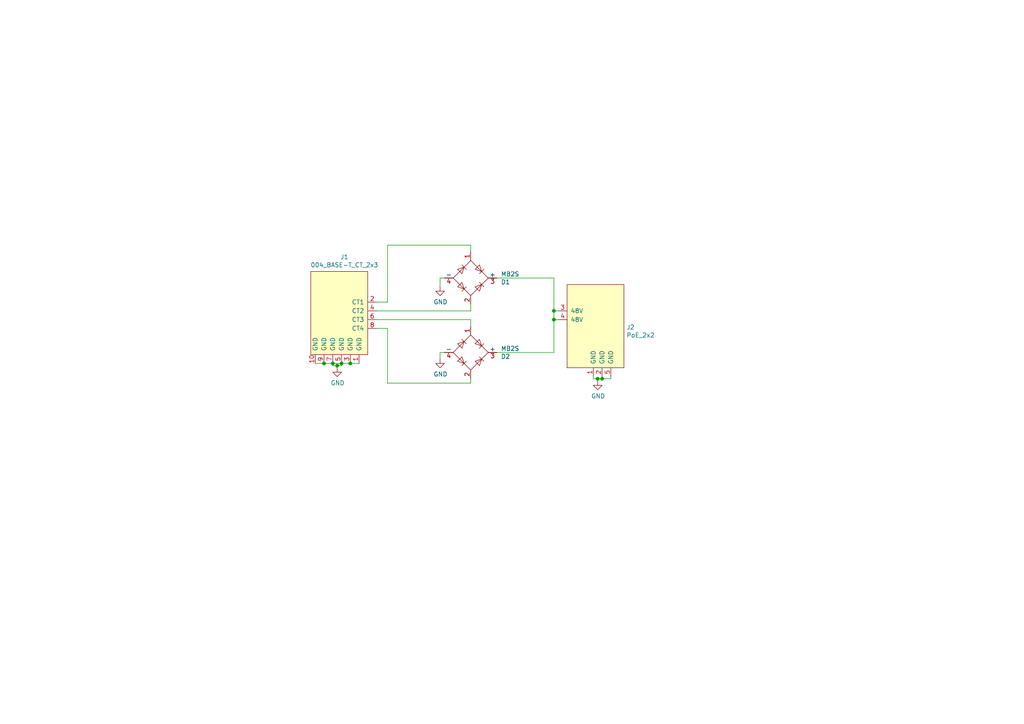
<source format=kicad_sch>
(kicad_sch (version 20211123) (generator eeschema)

  (uuid ec9e24d8-d1c5-40e2-9812-dc315d05f470)

  (paper "A4")

  (lib_symbols
    (symbol "Diode_Bridge:MB2S" (pin_names (offset 0)) (in_bom yes) (on_board yes)
      (property "Reference" "D" (id 0) (at 2.54 6.985 0)
        (effects (font (size 1.27 1.27)) (justify left))
      )
      (property "Value" "MB2S" (id 1) (at 2.54 5.08 0)
        (effects (font (size 1.27 1.27)) (justify left))
      )
      (property "Footprint" "Package_TO_SOT_SMD:TO-269AA" (id 2) (at 3.81 3.175 0)
        (effects (font (size 1.27 1.27)) (justify left) hide)
      )
      (property "Datasheet" "http://www.vishay.com/docs/88661/mb2s.pdf" (id 3) (at 0 0 0)
        (effects (font (size 1.27 1.27)) hide)
      )
      (property "ki_keywords" "rectifier acdc" (id 4) (at 0 0 0)
        (effects (font (size 1.27 1.27)) hide)
      )
      (property "ki_description" "Miniature Glass Passivated Single-Phase Surface Mount Bridge Rectifiers, 140V Vrms, 0.5A If, TO-269AA" (id 5) (at 0 0 0)
        (effects (font (size 1.27 1.27)) hide)
      )
      (property "ki_fp_filters" "TO?269AA*" (id 6) (at 0 0 0)
        (effects (font (size 1.27 1.27)) hide)
      )
      (symbol "MB2S_0_1"
        (polyline
          (pts
            (xy -2.54 3.81)
            (xy -1.27 2.54)
          )
          (stroke (width 0) (type default) (color 0 0 0 0))
          (fill (type none))
        )
        (polyline
          (pts
            (xy -1.27 -2.54)
            (xy -2.54 -3.81)
          )
          (stroke (width 0) (type default) (color 0 0 0 0))
          (fill (type none))
        )
        (polyline
          (pts
            (xy 2.54 -1.27)
            (xy 3.81 -2.54)
          )
          (stroke (width 0) (type default) (color 0 0 0 0))
          (fill (type none))
        )
        (polyline
          (pts
            (xy 2.54 1.27)
            (xy 3.81 2.54)
          )
          (stroke (width 0) (type default) (color 0 0 0 0))
          (fill (type none))
        )
        (polyline
          (pts
            (xy -3.81 2.54)
            (xy -2.54 1.27)
            (xy -1.905 3.175)
            (xy -3.81 2.54)
          )
          (stroke (width 0) (type default) (color 0 0 0 0))
          (fill (type none))
        )
        (polyline
          (pts
            (xy -2.54 -1.27)
            (xy -3.81 -2.54)
            (xy -1.905 -3.175)
            (xy -2.54 -1.27)
          )
          (stroke (width 0) (type default) (color 0 0 0 0))
          (fill (type none))
        )
        (polyline
          (pts
            (xy 1.27 2.54)
            (xy 2.54 3.81)
            (xy 3.175 1.905)
            (xy 1.27 2.54)
          )
          (stroke (width 0) (type default) (color 0 0 0 0))
          (fill (type none))
        )
        (polyline
          (pts
            (xy 3.175 -1.905)
            (xy 1.27 -2.54)
            (xy 2.54 -3.81)
            (xy 3.175 -1.905)
          )
          (stroke (width 0) (type default) (color 0 0 0 0))
          (fill (type none))
        )
        (polyline
          (pts
            (xy -5.08 0)
            (xy 0 -5.08)
            (xy 5.08 0)
            (xy 0 5.08)
            (xy -5.08 0)
          )
          (stroke (width 0) (type default) (color 0 0 0 0))
          (fill (type none))
        )
      )
      (symbol "MB2S_1_1"
        (pin passive line (at 0 -7.62 90) (length 2.54)
          (name "~" (effects (font (size 1.27 1.27))))
          (number "1" (effects (font (size 1.27 1.27))))
        )
        (pin passive line (at 0 7.62 270) (length 2.54)
          (name "~" (effects (font (size 1.27 1.27))))
          (number "2" (effects (font (size 1.27 1.27))))
        )
        (pin passive line (at 7.62 0 180) (length 2.54)
          (name "+" (effects (font (size 1.27 1.27))))
          (number "3" (effects (font (size 1.27 1.27))))
        )
        (pin passive line (at -7.62 0 0) (length 2.54)
          (name "-" (effects (font (size 1.27 1.27))))
          (number "4" (effects (font (size 1.27 1.27))))
        )
      )
    )
    (symbol "power:GND" (power) (pin_names (offset 0)) (in_bom yes) (on_board yes)
      (property "Reference" "#PWR" (id 0) (at 0 -6.35 0)
        (effects (font (size 1.27 1.27)) hide)
      )
      (property "Value" "GND" (id 1) (at 0 -3.81 0)
        (effects (font (size 1.27 1.27)))
      )
      (property "Footprint" "" (id 2) (at 0 0 0)
        (effects (font (size 1.27 1.27)) hide)
      )
      (property "Datasheet" "" (id 3) (at 0 0 0)
        (effects (font (size 1.27 1.27)) hide)
      )
      (property "ki_keywords" "power-flag" (id 4) (at 0 0 0)
        (effects (font (size 1.27 1.27)) hide)
      )
      (property "ki_description" "Power symbol creates a global label with name \"GND\" , ground" (id 5) (at 0 0 0)
        (effects (font (size 1.27 1.27)) hide)
      )
      (symbol "GND_0_1"
        (polyline
          (pts
            (xy 0 0)
            (xy 0 -1.27)
            (xy 1.27 -1.27)
            (xy 0 -2.54)
            (xy -1.27 -1.27)
            (xy 0 -1.27)
          )
          (stroke (width 0) (type default) (color 0 0 0 0))
          (fill (type none))
        )
      )
      (symbol "GND_1_1"
        (pin power_in line (at 0 0 270) (length 0) hide
          (name "GND" (effects (font (size 1.27 1.27))))
          (number "1" (effects (font (size 1.27 1.27))))
        )
      )
    )
    (symbol "put_on_edge:004_BASE-T_CT" (pin_names (offset 1.016)) (in_bom yes) (on_board yes)
      (property "Reference" "J" (id 0) (at -2.54 13.97 0)
        (effects (font (size 1.27 1.27)))
      )
      (property "Value" "004_BASE-T_CT" (id 1) (at 8.89 13.97 0)
        (effects (font (size 1.27 1.27)))
      )
      (property "Footprint" "" (id 2) (at 7.62 16.51 0)
        (effects (font (size 1.27 1.27)) hide)
      )
      (property "Datasheet" "" (id 3) (at 7.62 16.51 0)
        (effects (font (size 1.27 1.27)) hide)
      )
      (symbol "004_BASE-T_CT_0_1"
        (rectangle (start -8.89 12.7) (end 7.62 -11.43)
          (stroke (width 0) (type default) (color 0 0 0 0))
          (fill (type background))
        )
      )
      (symbol "004_BASE-T_CT_1_1"
        (pin power_in line (at -6.35 -13.97 90) (length 2.54)
          (name "GND" (effects (font (size 1.27 1.27))))
          (number "1" (effects (font (size 1.27 1.27))))
        )
        (pin power_in line (at 6.35 -13.97 90) (length 2.54)
          (name "GND" (effects (font (size 1.27 1.27))))
          (number "10" (effects (font (size 1.27 1.27))))
        )
        (pin bidirectional line (at -11.43 3.81 0) (length 2.54)
          (name "CT1" (effects (font (size 1.27 1.27))))
          (number "2" (effects (font (size 1.27 1.27))))
        )
        (pin power_in line (at -3.81 -13.97 90) (length 2.54)
          (name "GND" (effects (font (size 1.27 1.27))))
          (number "3" (effects (font (size 1.27 1.27))))
        )
        (pin bidirectional line (at -11.43 1.27 0) (length 2.54)
          (name "CT2" (effects (font (size 1.27 1.27))))
          (number "4" (effects (font (size 1.27 1.27))))
        )
        (pin power_in line (at -1.27 -13.97 90) (length 2.54)
          (name "GND" (effects (font (size 1.27 1.27))))
          (number "5" (effects (font (size 1.27 1.27))))
        )
        (pin bidirectional line (at -11.43 -1.27 0) (length 2.54)
          (name "CT3" (effects (font (size 1.27 1.27))))
          (number "6" (effects (font (size 1.27 1.27))))
        )
        (pin power_in line (at 1.27 -13.97 90) (length 2.54)
          (name "GND" (effects (font (size 1.27 1.27))))
          (number "7" (effects (font (size 1.27 1.27))))
        )
        (pin bidirectional line (at -11.43 -3.81 0) (length 2.54)
          (name "CT4" (effects (font (size 1.27 1.27))))
          (number "8" (effects (font (size 1.27 1.27))))
        )
        (pin power_in line (at 3.81 -13.97 90) (length 2.54)
          (name "GND" (effects (font (size 1.27 1.27))))
          (number "9" (effects (font (size 1.27 1.27))))
        )
      )
    )
    (symbol "put_on_edge:013_PoE_rectified" (pin_names (offset 1.016)) (in_bom yes) (on_board yes)
      (property "Reference" "J" (id 0) (at -2.54 13.97 0)
        (effects (font (size 1.27 1.27)))
      )
      (property "Value" "013_PoE_rectified" (id 1) (at 8.89 13.97 0)
        (effects (font (size 1.27 1.27)))
      )
      (property "Footprint" "" (id 2) (at 7.62 16.51 0)
        (effects (font (size 1.27 1.27)) hide)
      )
      (property "Datasheet" "" (id 3) (at 7.62 16.51 0)
        (effects (font (size 1.27 1.27)) hide)
      )
      (symbol "013_PoE_rectified_0_1"
        (rectangle (start -8.89 12.7) (end 7.62 -11.43)
          (stroke (width 0) (type default) (color 0 0 0 0))
          (fill (type background))
        )
      )
      (symbol "013_PoE_rectified_1_1"
        (pin power_in line (at -1.27 -13.97 90) (length 2.54)
          (name "GND" (effects (font (size 1.27 1.27))))
          (number "1" (effects (font (size 1.27 1.27))))
        )
        (pin power_in line (at 1.27 -13.97 90) (length 2.54)
          (name "GND" (effects (font (size 1.27 1.27))))
          (number "2" (effects (font (size 1.27 1.27))))
        )
        (pin bidirectional line (at -11.43 5.08 0) (length 2.54)
          (name "48V" (effects (font (size 1.27 1.27))))
          (number "3" (effects (font (size 1.27 1.27))))
        )
        (pin bidirectional line (at -11.43 2.54 0) (length 2.54)
          (name "48V" (effects (font (size 1.27 1.27))))
          (number "4" (effects (font (size 1.27 1.27))))
        )
        (pin power_in line (at 3.81 -13.97 90) (length 2.54)
          (name "GND" (effects (font (size 1.27 1.27))))
          (number "5" (effects (font (size 1.27 1.27))))
        )
      )
    )
  )

  (junction (at 97.79 106.045) (diameter 0) (color 0 0 0 0)
    (uuid 0a3cc030-c9dd-4d74-9d50-715ed2b361a2)
  )
  (junction (at 160.655 92.71) (diameter 0) (color 0 0 0 0)
    (uuid 13abf99d-5265-4779-8973-e94370fd18ff)
  )
  (junction (at 96.52 105.41) (diameter 0) (color 0 0 0 0)
    (uuid 23bb2798-d93a-4696-a962-c305c4298a0c)
  )
  (junction (at 160.655 90.17) (diameter 0) (color 0 0 0 0)
    (uuid 32667662-ae86-4904-b198-3e95f11851bf)
  )
  (junction (at 99.06 105.41) (diameter 0) (color 0 0 0 0)
    (uuid 6e105729-aba0-497c-a99e-c32d2b3ddb6d)
  )
  (junction (at 93.98 105.41) (diameter 0) (color 0 0 0 0)
    (uuid 9ccf03e8-755a-4cd9-96fc-30e1d08fa253)
  )
  (junction (at 174.625 109.855) (diameter 0) (color 0 0 0 0)
    (uuid afb8e687-4a13-41a1-b8c0-89a749e897fe)
  )
  (junction (at 173.355 109.855) (diameter 0) (color 0 0 0 0)
    (uuid b635b16e-60bb-4b3e-9fc3-47d34eef8381)
  )
  (junction (at 101.6 105.41) (diameter 0) (color 0 0 0 0)
    (uuid c1d83899-e380-49f9-a87d-8e78bc089ebf)
  )

  (wire (pts (xy 144.145 102.235) (xy 160.655 102.235))
    (stroke (width 0) (type default) (color 0 0 0 0))
    (uuid 0088d107-13d8-496c-8da6-7bbeb9d096b0)
  )
  (wire (pts (xy 96.52 105.41) (xy 96.52 106.045))
    (stroke (width 0) (type default) (color 0 0 0 0))
    (uuid 0d0bb7b2-a6e5-46d2-9492-a1aa6e5a7b2f)
  )
  (wire (pts (xy 172.085 109.855) (xy 173.355 109.855))
    (stroke (width 0) (type default) (color 0 0 0 0))
    (uuid 0dcdf1b8-13c6-48b4-bd94-5d26038ff231)
  )
  (wire (pts (xy 112.395 71.12) (xy 136.525 71.12))
    (stroke (width 0) (type default) (color 0 0 0 0))
    (uuid 120a7b0f-ddfd-4447-85c1-35665465acdb)
  )
  (wire (pts (xy 127.635 80.645) (xy 128.905 80.645))
    (stroke (width 0) (type default) (color 0 0 0 0))
    (uuid 13475e15-f37c-4de8-857e-1722b0c39513)
  )
  (wire (pts (xy 97.79 106.045) (xy 99.06 106.045))
    (stroke (width 0) (type default) (color 0 0 0 0))
    (uuid 15875808-74d5-4210-b8ca-aa8fbc04ae21)
  )
  (wire (pts (xy 172.085 109.22) (xy 172.085 109.855))
    (stroke (width 0) (type default) (color 0 0 0 0))
    (uuid 1a2f72d1-0b36-4610-afc4-4ad1660d5d3b)
  )
  (wire (pts (xy 109.22 87.63) (xy 112.395 87.63))
    (stroke (width 0) (type default) (color 0 0 0 0))
    (uuid 2732632c-4768-42b6-bf7f-14643424019e)
  )
  (wire (pts (xy 160.655 80.645) (xy 144.145 80.645))
    (stroke (width 0) (type default) (color 0 0 0 0))
    (uuid 417f13e4-c121-485a-a6b5-8b55e70350b8)
  )
  (wire (pts (xy 91.44 105.41) (xy 93.98 105.41))
    (stroke (width 0) (type default) (color 0 0 0 0))
    (uuid 46918595-4a45-48e8-84c0-961b4db7f35f)
  )
  (wire (pts (xy 109.22 90.17) (xy 136.525 90.17))
    (stroke (width 0) (type default) (color 0 0 0 0))
    (uuid 48f827a8-6e22-4a2e-abdc-c2a03098d883)
  )
  (wire (pts (xy 136.525 111.125) (xy 136.525 109.855))
    (stroke (width 0) (type default) (color 0 0 0 0))
    (uuid 4e3d7c0d-12e3-42f2-b944-e4bcdbbcac2a)
  )
  (wire (pts (xy 173.355 109.855) (xy 174.625 109.855))
    (stroke (width 0) (type default) (color 0 0 0 0))
    (uuid 58dc14f9-c158-4824-a84e-24a6a482a7a4)
  )
  (wire (pts (xy 112.395 95.25) (xy 112.395 111.125))
    (stroke (width 0) (type default) (color 0 0 0 0))
    (uuid 5b2b5c7d-f943-4634-9f0a-e9561705c49d)
  )
  (wire (pts (xy 177.165 109.22) (xy 177.165 109.855))
    (stroke (width 0) (type default) (color 0 0 0 0))
    (uuid 62c076a3-d618-44a2-9042-9a08b3576787)
  )
  (wire (pts (xy 127.635 80.645) (xy 127.635 83.185))
    (stroke (width 0) (type default) (color 0 0 0 0))
    (uuid 67f6e996-3c99-493c-8f6f-e739e2ed5d7a)
  )
  (wire (pts (xy 127.635 102.235) (xy 127.635 104.14))
    (stroke (width 0) (type default) (color 0 0 0 0))
    (uuid 68e09be7-3bbc-4443-a838-209ce20b2bef)
  )
  (wire (pts (xy 128.905 102.235) (xy 127.635 102.235))
    (stroke (width 0) (type default) (color 0 0 0 0))
    (uuid 6a780180-586a-4241-a52d-dc7a5ffcc966)
  )
  (wire (pts (xy 96.52 105.41) (xy 99.06 105.41))
    (stroke (width 0) (type default) (color 0 0 0 0))
    (uuid 78cbdd6c-4878-4cc5-9a58-0e506478e37d)
  )
  (wire (pts (xy 97.79 106.045) (xy 97.79 106.68))
    (stroke (width 0) (type default) (color 0 0 0 0))
    (uuid 81bbc3ff-3938-49ac-8297-ce2bcc9a42bd)
  )
  (wire (pts (xy 112.395 87.63) (xy 112.395 71.12))
    (stroke (width 0) (type default) (color 0 0 0 0))
    (uuid 854dd5d4-5fd2-4730-bd49-a9cd8299a065)
  )
  (wire (pts (xy 136.525 71.12) (xy 136.525 73.025))
    (stroke (width 0) (type default) (color 0 0 0 0))
    (uuid 8d55e186-3e11-40e8-a65e-b36a8a00069e)
  )
  (wire (pts (xy 93.98 105.41) (xy 96.52 105.41))
    (stroke (width 0) (type default) (color 0 0 0 0))
    (uuid 94c158d1-8503-4553-b511-bf42f506c2a8)
  )
  (wire (pts (xy 99.06 105.41) (xy 101.6 105.41))
    (stroke (width 0) (type default) (color 0 0 0 0))
    (uuid 983c426c-24e0-4c65-ab69-1f1824adc5c6)
  )
  (wire (pts (xy 136.525 92.71) (xy 136.525 94.615))
    (stroke (width 0) (type default) (color 0 0 0 0))
    (uuid 9c8ccb2a-b1e9-4f2c-94fe-301b5975277e)
  )
  (wire (pts (xy 161.925 92.71) (xy 160.655 92.71))
    (stroke (width 0) (type default) (color 0 0 0 0))
    (uuid 9dab0cb7-2557-4419-963b-5ae736517f62)
  )
  (wire (pts (xy 109.22 95.25) (xy 112.395 95.25))
    (stroke (width 0) (type default) (color 0 0 0 0))
    (uuid a03e565f-d8cd-4032-aae3-b7327d4143dd)
  )
  (wire (pts (xy 160.655 90.17) (xy 160.655 80.645))
    (stroke (width 0) (type default) (color 0 0 0 0))
    (uuid a05d7640-f2f6-4ba7-8c51-5a4af431fc13)
  )
  (wire (pts (xy 160.655 92.71) (xy 160.655 102.235))
    (stroke (width 0) (type default) (color 0 0 0 0))
    (uuid a7520ad3-0f8b-4788-92d4-8ffb277041e6)
  )
  (wire (pts (xy 160.655 90.17) (xy 160.655 92.71))
    (stroke (width 0) (type default) (color 0 0 0 0))
    (uuid a795f1ba-cdd5-4cc5-9a52-08586e982934)
  )
  (wire (pts (xy 96.52 106.045) (xy 97.79 106.045))
    (stroke (width 0) (type default) (color 0 0 0 0))
    (uuid b1169a2d-8998-4b50-a48d-c520bcc1b8e1)
  )
  (wire (pts (xy 161.925 90.17) (xy 160.655 90.17))
    (stroke (width 0) (type default) (color 0 0 0 0))
    (uuid c201e1b2-fc01-4110-bdaa-a33290468c83)
  )
  (wire (pts (xy 112.395 111.125) (xy 136.525 111.125))
    (stroke (width 0) (type default) (color 0 0 0 0))
    (uuid c70d9ef3-bfeb-47e0-a1e1-9aeba3da7864)
  )
  (wire (pts (xy 109.22 92.71) (xy 136.525 92.71))
    (stroke (width 0) (type default) (color 0 0 0 0))
    (uuid cef6f603-8a0b-4dd0-af99-ebfbef7d1b4b)
  )
  (wire (pts (xy 177.165 109.855) (xy 174.625 109.855))
    (stroke (width 0) (type default) (color 0 0 0 0))
    (uuid da469d11-a8a4-414b-9449-d151eeaf4853)
  )
  (wire (pts (xy 99.06 106.045) (xy 99.06 105.41))
    (stroke (width 0) (type default) (color 0 0 0 0))
    (uuid dd00c2e1-6027-4717-b312-4fab3ee52002)
  )
  (wire (pts (xy 173.355 109.855) (xy 173.355 110.49))
    (stroke (width 0) (type default) (color 0 0 0 0))
    (uuid dde3dba8-1b81-466c-93a3-c284ff4da1ef)
  )
  (wire (pts (xy 136.525 90.17) (xy 136.525 88.265))
    (stroke (width 0) (type default) (color 0 0 0 0))
    (uuid e877bf4a-4210-4bd3-b7b0-806eb4affc5b)
  )
  (wire (pts (xy 101.6 105.41) (xy 104.14 105.41))
    (stroke (width 0) (type default) (color 0 0 0 0))
    (uuid e9bb29b2-2bb9-4ea2-acd9-2bb3ca677a12)
  )
  (wire (pts (xy 174.625 109.855) (xy 174.625 109.22))
    (stroke (width 0) (type default) (color 0 0 0 0))
    (uuid f976e2cc-36f9-4479-a816-2c74d1d5da6f)
  )

  (symbol (lib_id "Diode_Bridge:MB2S") (at 136.525 80.645 0) (mirror x) (unit 1)
    (in_bom yes) (on_board yes)
    (uuid 00000000-0000-0000-0000-00006031cbf0)
    (property "Reference" "D1" (id 0) (at 145.2626 81.8134 0)
      (effects (font (size 1.27 1.27)) (justify left))
    )
    (property "Value" "MB2S" (id 1) (at 145.2626 79.502 0)
      (effects (font (size 1.27 1.27)) (justify left))
    )
    (property "Footprint" "Package_TO_SOT_SMD:TO-269AA" (id 2) (at 140.335 83.82 0)
      (effects (font (size 1.27 1.27)) (justify left) hide)
    )
    (property "Datasheet" "http://www.vishay.com/docs/88661/mb2s.pdf" (id 3) (at 136.525 80.645 0)
      (effects (font (size 1.27 1.27)) hide)
    )
    (property "MPN" "MB2S" (id 4) (at 136.525 80.645 0)
      (effects (font (size 1.27 1.27)) hide)
    )
    (pin "1" (uuid 13126287-e9cb-4238-b299-7176f08d4c96))
    (pin "2" (uuid 0fc92961-6e51-49df-b0eb-dd1791483003))
    (pin "3" (uuid 345b5742-5f5b-4133-bd63-f955ca19a62c))
    (pin "4" (uuid 9f5a0760-2470-4cfd-9545-71255379b79a))
  )

  (symbol (lib_id "put_on_edge:004_BASE-T_CT") (at 97.79 91.44 0) (mirror y) (unit 1)
    (in_bom yes) (on_board yes)
    (uuid 00000000-0000-0000-0000-00006031d679)
    (property "Reference" "J1" (id 0) (at 99.8982 74.549 0))
    (property "Value" "004_BASE-T_CT_2x3" (id 1) (at 99.8982 76.8604 0))
    (property "Footprint" "on_edge:on_edge_2x05_device" (id 2) (at 90.17 74.93 0)
      (effects (font (size 1.27 1.27)) hide)
    )
    (property "Datasheet" "" (id 3) (at 90.17 74.93 0)
      (effects (font (size 1.27 1.27)) hide)
    )
    (pin "1" (uuid c587e41e-e411-44d4-a360-b7b652a17e87))
    (pin "10" (uuid ec7a7d72-678f-4bfb-a06b-17a4d013c413))
    (pin "2" (uuid 8f0e1ea6-d278-4117-9e02-aaadcc59362e))
    (pin "3" (uuid 17540f0f-267d-4f0f-8f00-5539a89bd637))
    (pin "4" (uuid 36d7002b-bf2e-428b-a91a-b4ed755cac59))
    (pin "5" (uuid 8a2de683-0cbb-47f9-b48d-61ac1c60565d))
    (pin "6" (uuid 99f4f4aa-2f14-4bf9-b8a7-da1480e9e168))
    (pin "7" (uuid 286a9e39-c26f-49c3-809f-c04839a4ac04))
    (pin "8" (uuid 706bece9-b980-4420-a866-a63a48a63c89))
    (pin "9" (uuid 5696a53f-2631-4279-8564-21adeaab997c))
  )

  (symbol (lib_id "put_on_edge:013_PoE_rectified") (at 173.355 95.25 0) (unit 1)
    (in_bom yes) (on_board yes)
    (uuid 00000000-0000-0000-0000-00006031ded2)
    (property "Reference" "J2" (id 0) (at 181.6862 94.9198 0)
      (effects (font (size 1.27 1.27)) (justify left))
    )
    (property "Value" "PoE_2x2" (id 1) (at 181.6862 97.2312 0)
      (effects (font (size 1.27 1.27)) (justify left))
    )
    (property "Footprint" "on_edge:on_edge_2x05_host" (id 2) (at 180.975 78.74 0)
      (effects (font (size 1.27 1.27)) hide)
    )
    (property "Datasheet" "" (id 3) (at 180.975 78.74 0)
      (effects (font (size 1.27 1.27)) hide)
    )
    (pin "1" (uuid 73892a2a-cb53-43a4-8e7c-751de25d1e29))
    (pin "2" (uuid 7e038545-c5a5-4131-a49e-7b5043e7ec34))
    (pin "3" (uuid 9cb0289b-897f-4a33-9575-6ead0989832a))
    (pin "4" (uuid 7c1fd6fc-5c53-4ccb-a456-46fe6fc0bc71))
    (pin "5" (uuid dbe6edc1-ee1c-41ad-b94e-6a468b80b874))
  )

  (symbol (lib_id "Diode_Bridge:MB2S") (at 136.525 102.235 0) (mirror x) (unit 1)
    (in_bom yes) (on_board yes)
    (uuid 00000000-0000-0000-0000-00006031f062)
    (property "Reference" "D2" (id 0) (at 145.2626 103.4034 0)
      (effects (font (size 1.27 1.27)) (justify left))
    )
    (property "Value" "MB2S" (id 1) (at 145.2626 101.092 0)
      (effects (font (size 1.27 1.27)) (justify left))
    )
    (property "Footprint" "Package_TO_SOT_SMD:TO-269AA" (id 2) (at 140.335 105.41 0)
      (effects (font (size 1.27 1.27)) (justify left) hide)
    )
    (property "Datasheet" "http://www.vishay.com/docs/88661/mb2s.pdf" (id 3) (at 136.525 102.235 0)
      (effects (font (size 1.27 1.27)) hide)
    )
    (property "MPN" "MB2S" (id 4) (at 136.525 102.235 0)
      (effects (font (size 1.27 1.27)) hide)
    )
    (pin "1" (uuid 019b9904-3bfd-4fd4-9d41-96b38c16849e))
    (pin "2" (uuid d6570804-0f13-4bd8-a39e-13afafdb752a))
    (pin "3" (uuid 4829bee0-faa8-43f7-b2d7-8a6e5d1b3050))
    (pin "4" (uuid 77b09fa1-fbbb-49ab-94c4-069660b694ff))
  )

  (symbol (lib_id "power:GND") (at 127.635 104.14 0) (unit 1)
    (in_bom yes) (on_board yes)
    (uuid 00000000-0000-0000-0000-00006032009e)
    (property "Reference" "#PWR0101" (id 0) (at 127.635 110.49 0)
      (effects (font (size 1.27 1.27)) hide)
    )
    (property "Value" "GND" (id 1) (at 127.762 108.5342 0))
    (property "Footprint" "" (id 2) (at 127.635 104.14 0)
      (effects (font (size 1.27 1.27)) hide)
    )
    (property "Datasheet" "" (id 3) (at 127.635 104.14 0)
      (effects (font (size 1.27 1.27)) hide)
    )
    (pin "1" (uuid 7b32ef33-8c7b-417f-9260-1a8773398f8f))
  )

  (symbol (lib_id "power:GND") (at 173.355 110.49 0) (unit 1)
    (in_bom yes) (on_board yes)
    (uuid 00000000-0000-0000-0000-0000603203aa)
    (property "Reference" "#PWR0102" (id 0) (at 173.355 116.84 0)
      (effects (font (size 1.27 1.27)) hide)
    )
    (property "Value" "GND" (id 1) (at 173.482 114.8842 0))
    (property "Footprint" "" (id 2) (at 173.355 110.49 0)
      (effects (font (size 1.27 1.27)) hide)
    )
    (property "Datasheet" "" (id 3) (at 173.355 110.49 0)
      (effects (font (size 1.27 1.27)) hide)
    )
    (pin "1" (uuid 43cc948b-7aa9-4530-a448-911bd0e35fae))
  )

  (symbol (lib_id "power:GND") (at 97.79 106.68 0) (unit 1)
    (in_bom yes) (on_board yes)
    (uuid 00000000-0000-0000-0000-000060323056)
    (property "Reference" "#PWR0103" (id 0) (at 97.79 113.03 0)
      (effects (font (size 1.27 1.27)) hide)
    )
    (property "Value" "GND" (id 1) (at 97.917 111.0742 0))
    (property "Footprint" "" (id 2) (at 97.79 106.68 0)
      (effects (font (size 1.27 1.27)) hide)
    )
    (property "Datasheet" "" (id 3) (at 97.79 106.68 0)
      (effects (font (size 1.27 1.27)) hide)
    )
    (pin "1" (uuid 7850e091-0fbf-4f7c-a328-cd019df441e0))
  )

  (symbol (lib_id "power:GND") (at 127.635 83.185 0) (unit 1)
    (in_bom yes) (on_board yes)
    (uuid 00000000-0000-0000-0000-00006043c553)
    (property "Reference" "#PWR0104" (id 0) (at 127.635 89.535 0)
      (effects (font (size 1.27 1.27)) hide)
    )
    (property "Value" "GND" (id 1) (at 127.762 87.5792 0))
    (property "Footprint" "" (id 2) (at 127.635 83.185 0)
      (effects (font (size 1.27 1.27)) hide)
    )
    (property "Datasheet" "" (id 3) (at 127.635 83.185 0)
      (effects (font (size 1.27 1.27)) hide)
    )
    (pin "1" (uuid d92cfbfa-da4b-4f63-8ad6-7bb6977d4f44))
  )

  (sheet_instances
    (path "/" (page "1"))
  )

  (symbol_instances
    (path "/00000000-0000-0000-0000-00006032009e"
      (reference "#PWR0101") (unit 1) (value "GND") (footprint "")
    )
    (path "/00000000-0000-0000-0000-0000603203aa"
      (reference "#PWR0102") (unit 1) (value "GND") (footprint "")
    )
    (path "/00000000-0000-0000-0000-000060323056"
      (reference "#PWR0103") (unit 1) (value "GND") (footprint "")
    )
    (path "/00000000-0000-0000-0000-00006043c553"
      (reference "#PWR0104") (unit 1) (value "GND") (footprint "")
    )
    (path "/00000000-0000-0000-0000-00006031cbf0"
      (reference "D1") (unit 1) (value "MB2S") (footprint "Package_TO_SOT_SMD:TO-269AA")
    )
    (path "/00000000-0000-0000-0000-00006031f062"
      (reference "D2") (unit 1) (value "MB2S") (footprint "Package_TO_SOT_SMD:TO-269AA")
    )
    (path "/00000000-0000-0000-0000-00006031d679"
      (reference "J1") (unit 1) (value "004_BASE-T_CT_2x3") (footprint "on_edge:on_edge_2x05_device")
    )
    (path "/00000000-0000-0000-0000-00006031ded2"
      (reference "J2") (unit 1) (value "PoE_2x2") (footprint "on_edge:on_edge_2x05_host")
    )
  )
)

</source>
